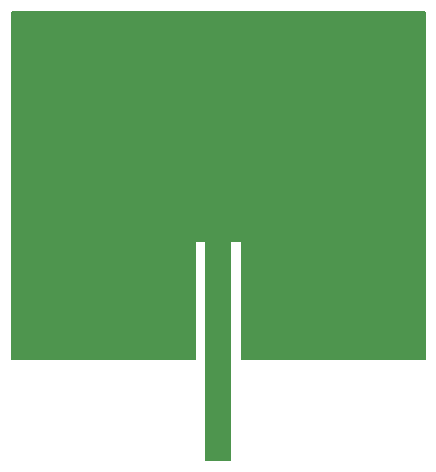
<source format=gbr>
%TF.GenerationSoftware,KiCad,Pcbnew,9.0.0*%
%TF.CreationDate,2025-10-16T12:24:20+02:00*%
%TF.ProjectId,1x1antenna4.3,31783161-6e74-4656-9e6e-61342e332e6b,rev?*%
%TF.SameCoordinates,Original*%
%TF.FileFunction,Copper,L1,Top*%
%TF.FilePolarity,Positive*%
%FSLAX46Y46*%
G04 Gerber Fmt 4.6, Leading zero omitted, Abs format (unit mm)*
G04 Created by KiCad (PCBNEW 9.0.0) date 2025-10-16 12:24:20*
%MOMM*%
%LPD*%
G01*
G04 APERTURE LIST*
%TA.AperFunction,NonConductor*%
%ADD10C,0.200000*%
%TD*%
%TA.AperFunction,ViaPad*%
%ADD11C,1.600000*%
%TD*%
G04 APERTURE END LIST*
D10*
X119400000Y-87300000D02*
X103900000Y-87300000D01*
X103900000Y-77300000D01*
X102900000Y-77300000D01*
X102900000Y-95800000D01*
X100900000Y-95800000D01*
X100900000Y-77300000D01*
X99900000Y-77300000D01*
X99900000Y-87300000D01*
X84400000Y-87300000D01*
X84400000Y-57900000D01*
X119400000Y-57900000D01*
X119400000Y-87300000D01*
%TA.AperFunction,NonConductor*%
G36*
X119400000Y-87300000D02*
G01*
X103900000Y-87300000D01*
X103900000Y-77300000D01*
X102900000Y-77300000D01*
X102900000Y-95800000D01*
X100900000Y-95800000D01*
X100900000Y-77300000D01*
X99900000Y-77300000D01*
X99900000Y-87300000D01*
X84400000Y-87300000D01*
X84400000Y-57900000D01*
X119400000Y-57900000D01*
X119400000Y-87300000D01*
G37*
%TD.AperFunction*%
X103900000Y-87300000D02*
X119400000Y-87300000D01*
X99900000Y-87300000D02*
X99900000Y-77300000D01*
X84400000Y-87300000D02*
X99900000Y-87300000D01*
X84400000Y-57900000D02*
X84400000Y-87300000D01*
X119400000Y-57900000D02*
X84400000Y-57900000D01*
X119400000Y-87300000D02*
X119400000Y-57900000D01*
X100900000Y-77300000D02*
X100900000Y-95800000D01*
X99900000Y-77300000D02*
X100900000Y-77300000D01*
X102900000Y-95800000D02*
X102900000Y-77300000D01*
X102900000Y-77300000D02*
X103900000Y-77300000D01*
X100900000Y-95800000D02*
X102900000Y-95800000D01*
X103900000Y-77300000D02*
X103900000Y-87300000D01*
X103400000Y-77300000D02*
X103900000Y-77300000D01*
D11*
%TO.N,*%
X101900000Y-91000000D03*
%TD*%
M02*

</source>
